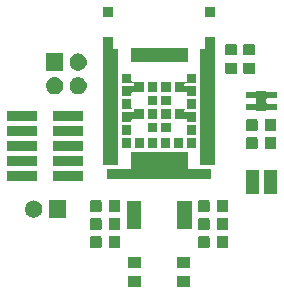
<source format=gbr>
G04 #@! TF.GenerationSoftware,KiCad,Pcbnew,(5.1.4)-1*
G04 #@! TF.CreationDate,2020-01-29T15:42:18+01:00*
G04 #@! TF.ProjectId,BLE-node,424c452d-6e6f-4646-952e-6b696361645f,rev?*
G04 #@! TF.SameCoordinates,Original*
G04 #@! TF.FileFunction,Soldermask,Top*
G04 #@! TF.FilePolarity,Negative*
%FSLAX46Y46*%
G04 Gerber Fmt 4.6, Leading zero omitted, Abs format (unit mm)*
G04 Created by KiCad (PCBNEW (5.1.4)-1) date 2020-01-29 15:42:18*
%MOMM*%
%LPD*%
G04 APERTURE LIST*
%ADD10C,0.100000*%
G04 APERTURE END LIST*
D10*
G36*
X132141000Y-98329000D02*
G01*
X131039000Y-98329000D01*
X131039000Y-97327000D01*
X132141000Y-97327000D01*
X132141000Y-98329000D01*
X132141000Y-98329000D01*
G37*
G36*
X128041000Y-98329000D02*
G01*
X126939000Y-98329000D01*
X126939000Y-97327000D01*
X128041000Y-97327000D01*
X128041000Y-98329000D01*
X128041000Y-98329000D01*
G37*
G36*
X128041000Y-96729000D02*
G01*
X126939000Y-96729000D01*
X126939000Y-95727000D01*
X128041000Y-95727000D01*
X128041000Y-96729000D01*
X128041000Y-96729000D01*
G37*
G36*
X132141000Y-96729000D02*
G01*
X131039000Y-96729000D01*
X131039000Y-95727000D01*
X132141000Y-95727000D01*
X132141000Y-96729000D01*
X132141000Y-96729000D01*
G37*
G36*
X124522591Y-93966085D02*
G01*
X124556569Y-93976393D01*
X124587890Y-93993134D01*
X124615339Y-94015661D01*
X124637866Y-94043110D01*
X124654607Y-94074431D01*
X124664915Y-94108409D01*
X124669000Y-94149890D01*
X124669000Y-94826110D01*
X124664915Y-94867591D01*
X124654607Y-94901569D01*
X124637866Y-94932890D01*
X124615339Y-94960339D01*
X124587890Y-94982866D01*
X124556569Y-94999607D01*
X124522591Y-95009915D01*
X124481110Y-95014000D01*
X123879890Y-95014000D01*
X123838409Y-95009915D01*
X123804431Y-94999607D01*
X123773110Y-94982866D01*
X123745661Y-94960339D01*
X123723134Y-94932890D01*
X123706393Y-94901569D01*
X123696085Y-94867591D01*
X123692000Y-94826110D01*
X123692000Y-94149890D01*
X123696085Y-94108409D01*
X123706393Y-94074431D01*
X123723134Y-94043110D01*
X123745661Y-94015661D01*
X123773110Y-93993134D01*
X123804431Y-93976393D01*
X123838409Y-93966085D01*
X123879890Y-93962000D01*
X124481110Y-93962000D01*
X124522591Y-93966085D01*
X124522591Y-93966085D01*
G37*
G36*
X126097591Y-93966085D02*
G01*
X126131569Y-93976393D01*
X126162890Y-93993134D01*
X126190339Y-94015661D01*
X126212866Y-94043110D01*
X126229607Y-94074431D01*
X126239915Y-94108409D01*
X126244000Y-94149890D01*
X126244000Y-94826110D01*
X126239915Y-94867591D01*
X126229607Y-94901569D01*
X126212866Y-94932890D01*
X126190339Y-94960339D01*
X126162890Y-94982866D01*
X126131569Y-94999607D01*
X126097591Y-95009915D01*
X126056110Y-95014000D01*
X125454890Y-95014000D01*
X125413409Y-95009915D01*
X125379431Y-94999607D01*
X125348110Y-94982866D01*
X125320661Y-94960339D01*
X125298134Y-94932890D01*
X125281393Y-94901569D01*
X125271085Y-94867591D01*
X125267000Y-94826110D01*
X125267000Y-94149890D01*
X125271085Y-94108409D01*
X125281393Y-94074431D01*
X125298134Y-94043110D01*
X125320661Y-94015661D01*
X125348110Y-93993134D01*
X125379431Y-93976393D01*
X125413409Y-93966085D01*
X125454890Y-93962000D01*
X126056110Y-93962000D01*
X126097591Y-93966085D01*
X126097591Y-93966085D01*
G37*
G36*
X133666591Y-93966085D02*
G01*
X133700569Y-93976393D01*
X133731890Y-93993134D01*
X133759339Y-94015661D01*
X133781866Y-94043110D01*
X133798607Y-94074431D01*
X133808915Y-94108409D01*
X133813000Y-94149890D01*
X133813000Y-94826110D01*
X133808915Y-94867591D01*
X133798607Y-94901569D01*
X133781866Y-94932890D01*
X133759339Y-94960339D01*
X133731890Y-94982866D01*
X133700569Y-94999607D01*
X133666591Y-95009915D01*
X133625110Y-95014000D01*
X133023890Y-95014000D01*
X132982409Y-95009915D01*
X132948431Y-94999607D01*
X132917110Y-94982866D01*
X132889661Y-94960339D01*
X132867134Y-94932890D01*
X132850393Y-94901569D01*
X132840085Y-94867591D01*
X132836000Y-94826110D01*
X132836000Y-94149890D01*
X132840085Y-94108409D01*
X132850393Y-94074431D01*
X132867134Y-94043110D01*
X132889661Y-94015661D01*
X132917110Y-93993134D01*
X132948431Y-93976393D01*
X132982409Y-93966085D01*
X133023890Y-93962000D01*
X133625110Y-93962000D01*
X133666591Y-93966085D01*
X133666591Y-93966085D01*
G37*
G36*
X135241591Y-93966085D02*
G01*
X135275569Y-93976393D01*
X135306890Y-93993134D01*
X135334339Y-94015661D01*
X135356866Y-94043110D01*
X135373607Y-94074431D01*
X135383915Y-94108409D01*
X135388000Y-94149890D01*
X135388000Y-94826110D01*
X135383915Y-94867591D01*
X135373607Y-94901569D01*
X135356866Y-94932890D01*
X135334339Y-94960339D01*
X135306890Y-94982866D01*
X135275569Y-94999607D01*
X135241591Y-95009915D01*
X135200110Y-95014000D01*
X134598890Y-95014000D01*
X134557409Y-95009915D01*
X134523431Y-94999607D01*
X134492110Y-94982866D01*
X134464661Y-94960339D01*
X134442134Y-94932890D01*
X134425393Y-94901569D01*
X134415085Y-94867591D01*
X134411000Y-94826110D01*
X134411000Y-94149890D01*
X134415085Y-94108409D01*
X134425393Y-94074431D01*
X134442134Y-94043110D01*
X134464661Y-94015661D01*
X134492110Y-93993134D01*
X134523431Y-93976393D01*
X134557409Y-93966085D01*
X134598890Y-93962000D01*
X135200110Y-93962000D01*
X135241591Y-93966085D01*
X135241591Y-93966085D01*
G37*
G36*
X133666591Y-92442085D02*
G01*
X133700569Y-92452393D01*
X133731890Y-92469134D01*
X133759339Y-92491661D01*
X133781866Y-92519110D01*
X133798607Y-92550431D01*
X133808915Y-92584409D01*
X133813000Y-92625890D01*
X133813000Y-93302110D01*
X133808915Y-93343591D01*
X133798607Y-93377569D01*
X133781866Y-93408890D01*
X133759339Y-93436339D01*
X133731890Y-93458866D01*
X133700569Y-93475607D01*
X133666591Y-93485915D01*
X133625110Y-93490000D01*
X133023890Y-93490000D01*
X132982409Y-93485915D01*
X132948431Y-93475607D01*
X132917110Y-93458866D01*
X132889661Y-93436339D01*
X132867134Y-93408890D01*
X132850393Y-93377569D01*
X132840085Y-93343591D01*
X132836000Y-93302110D01*
X132836000Y-92625890D01*
X132840085Y-92584409D01*
X132850393Y-92550431D01*
X132867134Y-92519110D01*
X132889661Y-92491661D01*
X132917110Y-92469134D01*
X132948431Y-92452393D01*
X132982409Y-92442085D01*
X133023890Y-92438000D01*
X133625110Y-92438000D01*
X133666591Y-92442085D01*
X133666591Y-92442085D01*
G37*
G36*
X135241591Y-92442085D02*
G01*
X135275569Y-92452393D01*
X135306890Y-92469134D01*
X135334339Y-92491661D01*
X135356866Y-92519110D01*
X135373607Y-92550431D01*
X135383915Y-92584409D01*
X135388000Y-92625890D01*
X135388000Y-93302110D01*
X135383915Y-93343591D01*
X135373607Y-93377569D01*
X135356866Y-93408890D01*
X135334339Y-93436339D01*
X135306890Y-93458866D01*
X135275569Y-93475607D01*
X135241591Y-93485915D01*
X135200110Y-93490000D01*
X134598890Y-93490000D01*
X134557409Y-93485915D01*
X134523431Y-93475607D01*
X134492110Y-93458866D01*
X134464661Y-93436339D01*
X134442134Y-93408890D01*
X134425393Y-93377569D01*
X134415085Y-93343591D01*
X134411000Y-93302110D01*
X134411000Y-92625890D01*
X134415085Y-92584409D01*
X134425393Y-92550431D01*
X134442134Y-92519110D01*
X134464661Y-92491661D01*
X134492110Y-92469134D01*
X134523431Y-92452393D01*
X134557409Y-92442085D01*
X134598890Y-92438000D01*
X135200110Y-92438000D01*
X135241591Y-92442085D01*
X135241591Y-92442085D01*
G37*
G36*
X124522591Y-92442085D02*
G01*
X124556569Y-92452393D01*
X124587890Y-92469134D01*
X124615339Y-92491661D01*
X124637866Y-92519110D01*
X124654607Y-92550431D01*
X124664915Y-92584409D01*
X124669000Y-92625890D01*
X124669000Y-93302110D01*
X124664915Y-93343591D01*
X124654607Y-93377569D01*
X124637866Y-93408890D01*
X124615339Y-93436339D01*
X124587890Y-93458866D01*
X124556569Y-93475607D01*
X124522591Y-93485915D01*
X124481110Y-93490000D01*
X123879890Y-93490000D01*
X123838409Y-93485915D01*
X123804431Y-93475607D01*
X123773110Y-93458866D01*
X123745661Y-93436339D01*
X123723134Y-93408890D01*
X123706393Y-93377569D01*
X123696085Y-93343591D01*
X123692000Y-93302110D01*
X123692000Y-92625890D01*
X123696085Y-92584409D01*
X123706393Y-92550431D01*
X123723134Y-92519110D01*
X123745661Y-92491661D01*
X123773110Y-92469134D01*
X123804431Y-92452393D01*
X123838409Y-92442085D01*
X123879890Y-92438000D01*
X124481110Y-92438000D01*
X124522591Y-92442085D01*
X124522591Y-92442085D01*
G37*
G36*
X126097591Y-92442085D02*
G01*
X126131569Y-92452393D01*
X126162890Y-92469134D01*
X126190339Y-92491661D01*
X126212866Y-92519110D01*
X126229607Y-92550431D01*
X126239915Y-92584409D01*
X126244000Y-92625890D01*
X126244000Y-93302110D01*
X126239915Y-93343591D01*
X126229607Y-93377569D01*
X126212866Y-93408890D01*
X126190339Y-93436339D01*
X126162890Y-93458866D01*
X126131569Y-93475607D01*
X126097591Y-93485915D01*
X126056110Y-93490000D01*
X125454890Y-93490000D01*
X125413409Y-93485915D01*
X125379431Y-93475607D01*
X125348110Y-93458866D01*
X125320661Y-93436339D01*
X125298134Y-93408890D01*
X125281393Y-93377569D01*
X125271085Y-93343591D01*
X125267000Y-93302110D01*
X125267000Y-92625890D01*
X125271085Y-92584409D01*
X125281393Y-92550431D01*
X125298134Y-92519110D01*
X125320661Y-92491661D01*
X125348110Y-92469134D01*
X125379431Y-92452393D01*
X125413409Y-92442085D01*
X125454890Y-92438000D01*
X126056110Y-92438000D01*
X126097591Y-92442085D01*
X126097591Y-92442085D01*
G37*
G36*
X127991000Y-93428000D02*
G01*
X126789000Y-93428000D01*
X126789000Y-90976000D01*
X127991000Y-90976000D01*
X127991000Y-93428000D01*
X127991000Y-93428000D01*
G37*
G36*
X132291000Y-93428000D02*
G01*
X131089000Y-93428000D01*
X131089000Y-90976000D01*
X132291000Y-90976000D01*
X132291000Y-93428000D01*
X132291000Y-93428000D01*
G37*
G36*
X121630000Y-92420000D02*
G01*
X120178000Y-92420000D01*
X120178000Y-90968000D01*
X121630000Y-90968000D01*
X121630000Y-92420000D01*
X121630000Y-92420000D01*
G37*
G36*
X118975213Y-90971502D02*
G01*
X119046321Y-90978505D01*
X119183172Y-91020019D01*
X119183175Y-91020020D01*
X119309294Y-91087432D01*
X119419843Y-91178157D01*
X119510568Y-91288706D01*
X119577980Y-91414825D01*
X119577981Y-91414828D01*
X119619495Y-91551679D01*
X119633512Y-91694000D01*
X119619495Y-91836321D01*
X119584523Y-91951607D01*
X119577980Y-91973175D01*
X119510568Y-92099294D01*
X119419843Y-92209843D01*
X119309294Y-92300568D01*
X119183175Y-92367980D01*
X119183172Y-92367981D01*
X119046321Y-92409495D01*
X118975213Y-92416498D01*
X118939660Y-92420000D01*
X118868340Y-92420000D01*
X118832787Y-92416498D01*
X118761679Y-92409495D01*
X118624828Y-92367981D01*
X118624825Y-92367980D01*
X118498706Y-92300568D01*
X118388157Y-92209843D01*
X118297432Y-92099294D01*
X118230020Y-91973175D01*
X118223477Y-91951607D01*
X118188505Y-91836321D01*
X118174488Y-91694000D01*
X118188505Y-91551679D01*
X118230019Y-91414828D01*
X118230020Y-91414825D01*
X118297432Y-91288706D01*
X118388157Y-91178157D01*
X118498706Y-91087432D01*
X118624825Y-91020020D01*
X118624828Y-91020019D01*
X118761679Y-90978505D01*
X118832787Y-90971502D01*
X118868340Y-90968000D01*
X118939660Y-90968000D01*
X118975213Y-90971502D01*
X118975213Y-90971502D01*
G37*
G36*
X135241591Y-90918085D02*
G01*
X135275569Y-90928393D01*
X135306890Y-90945134D01*
X135334339Y-90967661D01*
X135356866Y-90995110D01*
X135373607Y-91026431D01*
X135383915Y-91060409D01*
X135388000Y-91101890D01*
X135388000Y-91778110D01*
X135383915Y-91819591D01*
X135373607Y-91853569D01*
X135356866Y-91884890D01*
X135334339Y-91912339D01*
X135306890Y-91934866D01*
X135275569Y-91951607D01*
X135241591Y-91961915D01*
X135200110Y-91966000D01*
X134598890Y-91966000D01*
X134557409Y-91961915D01*
X134523431Y-91951607D01*
X134492110Y-91934866D01*
X134464661Y-91912339D01*
X134442134Y-91884890D01*
X134425393Y-91853569D01*
X134415085Y-91819591D01*
X134411000Y-91778110D01*
X134411000Y-91101890D01*
X134415085Y-91060409D01*
X134425393Y-91026431D01*
X134442134Y-90995110D01*
X134464661Y-90967661D01*
X134492110Y-90945134D01*
X134523431Y-90928393D01*
X134557409Y-90918085D01*
X134598890Y-90914000D01*
X135200110Y-90914000D01*
X135241591Y-90918085D01*
X135241591Y-90918085D01*
G37*
G36*
X124522591Y-90918085D02*
G01*
X124556569Y-90928393D01*
X124587890Y-90945134D01*
X124615339Y-90967661D01*
X124637866Y-90995110D01*
X124654607Y-91026431D01*
X124664915Y-91060409D01*
X124669000Y-91101890D01*
X124669000Y-91778110D01*
X124664915Y-91819591D01*
X124654607Y-91853569D01*
X124637866Y-91884890D01*
X124615339Y-91912339D01*
X124587890Y-91934866D01*
X124556569Y-91951607D01*
X124522591Y-91961915D01*
X124481110Y-91966000D01*
X123879890Y-91966000D01*
X123838409Y-91961915D01*
X123804431Y-91951607D01*
X123773110Y-91934866D01*
X123745661Y-91912339D01*
X123723134Y-91884890D01*
X123706393Y-91853569D01*
X123696085Y-91819591D01*
X123692000Y-91778110D01*
X123692000Y-91101890D01*
X123696085Y-91060409D01*
X123706393Y-91026431D01*
X123723134Y-90995110D01*
X123745661Y-90967661D01*
X123773110Y-90945134D01*
X123804431Y-90928393D01*
X123838409Y-90918085D01*
X123879890Y-90914000D01*
X124481110Y-90914000D01*
X124522591Y-90918085D01*
X124522591Y-90918085D01*
G37*
G36*
X133666591Y-90918085D02*
G01*
X133700569Y-90928393D01*
X133731890Y-90945134D01*
X133759339Y-90967661D01*
X133781866Y-90995110D01*
X133798607Y-91026431D01*
X133808915Y-91060409D01*
X133813000Y-91101890D01*
X133813000Y-91778110D01*
X133808915Y-91819591D01*
X133798607Y-91853569D01*
X133781866Y-91884890D01*
X133759339Y-91912339D01*
X133731890Y-91934866D01*
X133700569Y-91951607D01*
X133666591Y-91961915D01*
X133625110Y-91966000D01*
X133023890Y-91966000D01*
X132982409Y-91961915D01*
X132948431Y-91951607D01*
X132917110Y-91934866D01*
X132889661Y-91912339D01*
X132867134Y-91884890D01*
X132850393Y-91853569D01*
X132840085Y-91819591D01*
X132836000Y-91778110D01*
X132836000Y-91101890D01*
X132840085Y-91060409D01*
X132850393Y-91026431D01*
X132867134Y-90995110D01*
X132889661Y-90967661D01*
X132917110Y-90945134D01*
X132948431Y-90928393D01*
X132982409Y-90918085D01*
X133023890Y-90914000D01*
X133625110Y-90914000D01*
X133666591Y-90918085D01*
X133666591Y-90918085D01*
G37*
G36*
X126097591Y-90918085D02*
G01*
X126131569Y-90928393D01*
X126162890Y-90945134D01*
X126190339Y-90967661D01*
X126212866Y-90995110D01*
X126229607Y-91026431D01*
X126239915Y-91060409D01*
X126244000Y-91101890D01*
X126244000Y-91778110D01*
X126239915Y-91819591D01*
X126229607Y-91853569D01*
X126212866Y-91884890D01*
X126190339Y-91912339D01*
X126162890Y-91934866D01*
X126131569Y-91951607D01*
X126097591Y-91961915D01*
X126056110Y-91966000D01*
X125454890Y-91966000D01*
X125413409Y-91961915D01*
X125379431Y-91951607D01*
X125348110Y-91934866D01*
X125320661Y-91912339D01*
X125298134Y-91884890D01*
X125281393Y-91853569D01*
X125271085Y-91819591D01*
X125267000Y-91778110D01*
X125267000Y-91101890D01*
X125271085Y-91060409D01*
X125281393Y-91026431D01*
X125298134Y-90995110D01*
X125320661Y-90967661D01*
X125348110Y-90945134D01*
X125379431Y-90928393D01*
X125413409Y-90918085D01*
X125454890Y-90914000D01*
X126056110Y-90914000D01*
X126097591Y-90918085D01*
X126097591Y-90918085D01*
G37*
G36*
X137977000Y-90409000D02*
G01*
X136875000Y-90409000D01*
X136875000Y-88407000D01*
X137977000Y-88407000D01*
X137977000Y-90409000D01*
X137977000Y-90409000D01*
G37*
G36*
X139477000Y-90409000D02*
G01*
X138375000Y-90409000D01*
X138375000Y-88407000D01*
X139477000Y-88407000D01*
X139477000Y-90409000D01*
X139477000Y-90409000D01*
G37*
G36*
X119189000Y-89321000D02*
G01*
X116687000Y-89321000D01*
X116687000Y-88479000D01*
X119189000Y-88479000D01*
X119189000Y-89321000D01*
X119189000Y-89321000D01*
G37*
G36*
X123089000Y-89321000D02*
G01*
X120587000Y-89321000D01*
X120587000Y-88479000D01*
X123089000Y-88479000D01*
X123089000Y-89321000D01*
X123089000Y-89321000D01*
G37*
G36*
X131939980Y-88196341D02*
G01*
X131942382Y-88220727D01*
X131949495Y-88244176D01*
X131961046Y-88265787D01*
X131976591Y-88284729D01*
X131995533Y-88300274D01*
X132017144Y-88311825D01*
X132040593Y-88318938D01*
X132064979Y-88321340D01*
X133941000Y-88321340D01*
X133941000Y-89123340D01*
X125139000Y-89123340D01*
X125139000Y-88321340D01*
X127015021Y-88321340D01*
X127039407Y-88318938D01*
X127062856Y-88311825D01*
X127084467Y-88300274D01*
X127103409Y-88284729D01*
X127118954Y-88265787D01*
X127130505Y-88244176D01*
X127137618Y-88220727D01*
X127140020Y-88196341D01*
X127140020Y-86872680D01*
X131939980Y-86872680D01*
X131939980Y-88196341D01*
X131939980Y-88196341D01*
G37*
G36*
X123089000Y-88051000D02*
G01*
X120587000Y-88051000D01*
X120587000Y-87209000D01*
X123089000Y-87209000D01*
X123089000Y-88051000D01*
X123089000Y-88051000D01*
G37*
G36*
X119189000Y-88051000D02*
G01*
X116687000Y-88051000D01*
X116687000Y-87209000D01*
X119189000Y-87209000D01*
X119189000Y-88051000D01*
X119189000Y-88051000D01*
G37*
G36*
X125591040Y-78049661D02*
G01*
X125593442Y-78074047D01*
X125600555Y-78097496D01*
X125612106Y-78119107D01*
X125627651Y-78138049D01*
X125646593Y-78153594D01*
X125668204Y-78165145D01*
X125691653Y-78172258D01*
X125716039Y-78174660D01*
X126041040Y-78174660D01*
X126041040Y-87973340D01*
X124789040Y-87973340D01*
X124789040Y-77171340D01*
X125591040Y-77171340D01*
X125591040Y-78049661D01*
X125591040Y-78049661D01*
G37*
G36*
X134259000Y-78049661D02*
G01*
X134261402Y-78074047D01*
X134268515Y-78097496D01*
X134280066Y-78119107D01*
X134290960Y-78132382D01*
X134290960Y-87973340D01*
X133038960Y-87973340D01*
X133038960Y-78174660D01*
X133332001Y-78174660D01*
X133356387Y-78172258D01*
X133379836Y-78165145D01*
X133401447Y-78153594D01*
X133420389Y-78138049D01*
X133435934Y-78119107D01*
X133447485Y-78097496D01*
X133454598Y-78074047D01*
X133457000Y-78049661D01*
X133457000Y-77171340D01*
X134259000Y-77171340D01*
X134259000Y-78049661D01*
X134259000Y-78049661D01*
G37*
G36*
X119189000Y-86781000D02*
G01*
X116687000Y-86781000D01*
X116687000Y-85939000D01*
X119189000Y-85939000D01*
X119189000Y-86781000D01*
X119189000Y-86781000D01*
G37*
G36*
X123089000Y-86781000D02*
G01*
X120587000Y-86781000D01*
X120587000Y-85939000D01*
X123089000Y-85939000D01*
X123089000Y-86781000D01*
X123089000Y-86781000D01*
G37*
G36*
X139305591Y-85584085D02*
G01*
X139339569Y-85594393D01*
X139370890Y-85611134D01*
X139398339Y-85633661D01*
X139420866Y-85661110D01*
X139437607Y-85692431D01*
X139447915Y-85726409D01*
X139452000Y-85767890D01*
X139452000Y-86444110D01*
X139447915Y-86485591D01*
X139437607Y-86519569D01*
X139420866Y-86550890D01*
X139398339Y-86578339D01*
X139370890Y-86600866D01*
X139339569Y-86617607D01*
X139305591Y-86627915D01*
X139264110Y-86632000D01*
X138662890Y-86632000D01*
X138621409Y-86627915D01*
X138587431Y-86617607D01*
X138556110Y-86600866D01*
X138528661Y-86578339D01*
X138506134Y-86550890D01*
X138489393Y-86519569D01*
X138479085Y-86485591D01*
X138475000Y-86444110D01*
X138475000Y-85767890D01*
X138479085Y-85726409D01*
X138489393Y-85692431D01*
X138506134Y-85661110D01*
X138528661Y-85633661D01*
X138556110Y-85611134D01*
X138587431Y-85594393D01*
X138621409Y-85584085D01*
X138662890Y-85580000D01*
X139264110Y-85580000D01*
X139305591Y-85584085D01*
X139305591Y-85584085D01*
G37*
G36*
X137730591Y-85584085D02*
G01*
X137764569Y-85594393D01*
X137795890Y-85611134D01*
X137823339Y-85633661D01*
X137845866Y-85661110D01*
X137862607Y-85692431D01*
X137872915Y-85726409D01*
X137877000Y-85767890D01*
X137877000Y-86444110D01*
X137872915Y-86485591D01*
X137862607Y-86519569D01*
X137845866Y-86550890D01*
X137823339Y-86578339D01*
X137795890Y-86600866D01*
X137764569Y-86617607D01*
X137730591Y-86627915D01*
X137689110Y-86632000D01*
X137087890Y-86632000D01*
X137046409Y-86627915D01*
X137012431Y-86617607D01*
X136981110Y-86600866D01*
X136953661Y-86578339D01*
X136931134Y-86550890D01*
X136914393Y-86519569D01*
X136904085Y-86485591D01*
X136900000Y-86444110D01*
X136900000Y-85767890D01*
X136904085Y-85726409D01*
X136914393Y-85692431D01*
X136931134Y-85661110D01*
X136953661Y-85633661D01*
X136981110Y-85611134D01*
X137012431Y-85594393D01*
X137046409Y-85584085D01*
X137087890Y-85580000D01*
X137689110Y-85580000D01*
X137730591Y-85584085D01*
X137730591Y-85584085D01*
G37*
G36*
X132691040Y-86523340D02*
G01*
X131889040Y-86523340D01*
X131889040Y-85721340D01*
X132691040Y-85721340D01*
X132691040Y-86523340D01*
X132691040Y-86523340D01*
G37*
G36*
X131591040Y-86523340D02*
G01*
X130789040Y-86523340D01*
X130789040Y-85721340D01*
X131591040Y-85721340D01*
X131591040Y-86523340D01*
X131591040Y-86523340D01*
G37*
G36*
X128291040Y-86523340D02*
G01*
X127489040Y-86523340D01*
X127489040Y-85721340D01*
X128291040Y-85721340D01*
X128291040Y-86523340D01*
X128291040Y-86523340D01*
G37*
G36*
X130491040Y-86523340D02*
G01*
X129689040Y-86523340D01*
X129689040Y-85721340D01*
X130491040Y-85721340D01*
X130491040Y-86523340D01*
X130491040Y-86523340D01*
G37*
G36*
X127191040Y-86523340D02*
G01*
X126389040Y-86523340D01*
X126389040Y-85721340D01*
X127191040Y-85721340D01*
X127191040Y-86523340D01*
X127191040Y-86523340D01*
G37*
G36*
X129391040Y-86523340D02*
G01*
X128589040Y-86523340D01*
X128589040Y-85721340D01*
X129391040Y-85721340D01*
X129391040Y-86523340D01*
X129391040Y-86523340D01*
G37*
G36*
X119189000Y-85511000D02*
G01*
X116687000Y-85511000D01*
X116687000Y-84669000D01*
X119189000Y-84669000D01*
X119189000Y-85511000D01*
X119189000Y-85511000D01*
G37*
G36*
X123089000Y-85511000D02*
G01*
X120587000Y-85511000D01*
X120587000Y-84669000D01*
X123089000Y-84669000D01*
X123089000Y-85511000D01*
X123089000Y-85511000D01*
G37*
G36*
X127191040Y-85423340D02*
G01*
X126389040Y-85423340D01*
X126389040Y-84621340D01*
X127191040Y-84621340D01*
X127191040Y-85423340D01*
X127191040Y-85423340D01*
G37*
G36*
X132691040Y-85423340D02*
G01*
X131889040Y-85423340D01*
X131889040Y-84621340D01*
X132691040Y-84621340D01*
X132691040Y-85423340D01*
X132691040Y-85423340D01*
G37*
G36*
X129366960Y-85199660D02*
G01*
X128564960Y-85199660D01*
X128564960Y-84397660D01*
X129366960Y-84397660D01*
X129366960Y-85199660D01*
X129366960Y-85199660D01*
G37*
G36*
X130515040Y-85199660D02*
G01*
X129713040Y-85199660D01*
X129713040Y-84397660D01*
X130515040Y-84397660D01*
X130515040Y-85199660D01*
X130515040Y-85199660D01*
G37*
G36*
X137730591Y-84060085D02*
G01*
X137764569Y-84070393D01*
X137795890Y-84087134D01*
X137823339Y-84109661D01*
X137845866Y-84137110D01*
X137862607Y-84168431D01*
X137872915Y-84202409D01*
X137877000Y-84243890D01*
X137877000Y-84920110D01*
X137872915Y-84961591D01*
X137862607Y-84995569D01*
X137845866Y-85026890D01*
X137823339Y-85054339D01*
X137795890Y-85076866D01*
X137764569Y-85093607D01*
X137730591Y-85103915D01*
X137689110Y-85108000D01*
X137087890Y-85108000D01*
X137046409Y-85103915D01*
X137012431Y-85093607D01*
X136981110Y-85076866D01*
X136953661Y-85054339D01*
X136931134Y-85026890D01*
X136914393Y-84995569D01*
X136904085Y-84961591D01*
X136900000Y-84920110D01*
X136900000Y-84243890D01*
X136904085Y-84202409D01*
X136914393Y-84168431D01*
X136931134Y-84137110D01*
X136953661Y-84109661D01*
X136981110Y-84087134D01*
X137012431Y-84070393D01*
X137046409Y-84060085D01*
X137087890Y-84056000D01*
X137689110Y-84056000D01*
X137730591Y-84060085D01*
X137730591Y-84060085D01*
G37*
G36*
X139305591Y-84060085D02*
G01*
X139339569Y-84070393D01*
X139370890Y-84087134D01*
X139398339Y-84109661D01*
X139420866Y-84137110D01*
X139437607Y-84168431D01*
X139447915Y-84202409D01*
X139452000Y-84243890D01*
X139452000Y-84920110D01*
X139447915Y-84961591D01*
X139437607Y-84995569D01*
X139420866Y-85026890D01*
X139398339Y-85054339D01*
X139370890Y-85076866D01*
X139339569Y-85093607D01*
X139305591Y-85103915D01*
X139264110Y-85108000D01*
X138662890Y-85108000D01*
X138621409Y-85103915D01*
X138587431Y-85093607D01*
X138556110Y-85076866D01*
X138528661Y-85054339D01*
X138506134Y-85026890D01*
X138489393Y-84995569D01*
X138479085Y-84961591D01*
X138475000Y-84920110D01*
X138475000Y-84243890D01*
X138479085Y-84202409D01*
X138489393Y-84168431D01*
X138506134Y-84137110D01*
X138528661Y-84109661D01*
X138556110Y-84087134D01*
X138587431Y-84070393D01*
X138621409Y-84060085D01*
X138662890Y-84056000D01*
X139264110Y-84056000D01*
X139305591Y-84060085D01*
X139305591Y-84060085D01*
G37*
G36*
X131702271Y-83259951D02*
G01*
X131686726Y-83278893D01*
X131675175Y-83300504D01*
X131668062Y-83323953D01*
X131665660Y-83348339D01*
X131665660Y-83396341D01*
X131668062Y-83420727D01*
X131675175Y-83444176D01*
X131686726Y-83465787D01*
X131702271Y-83484729D01*
X131721213Y-83500274D01*
X131742824Y-83511825D01*
X131766273Y-83518938D01*
X131790659Y-83521340D01*
X132691040Y-83521340D01*
X132691040Y-84323340D01*
X131889040Y-84323340D01*
X131889040Y-84174039D01*
X131886638Y-84149653D01*
X131879525Y-84126204D01*
X131867974Y-84104593D01*
X131852429Y-84085651D01*
X131833487Y-84070106D01*
X131811876Y-84058555D01*
X131788427Y-84051442D01*
X131764041Y-84049040D01*
X130863660Y-84049040D01*
X130863660Y-83247040D01*
X131718003Y-83247040D01*
X131702271Y-83259951D01*
X131702271Y-83259951D01*
G37*
G36*
X128216340Y-84049040D02*
G01*
X127316039Y-84049040D01*
X127291653Y-84051442D01*
X127268204Y-84058555D01*
X127246593Y-84070106D01*
X127227651Y-84085651D01*
X127212106Y-84104593D01*
X127200555Y-84126204D01*
X127193442Y-84149653D01*
X127191040Y-84174039D01*
X127191040Y-84323340D01*
X126389040Y-84323340D01*
X126389040Y-83521340D01*
X127289341Y-83521340D01*
X127313727Y-83518938D01*
X127337176Y-83511825D01*
X127358787Y-83500274D01*
X127377729Y-83484729D01*
X127393274Y-83465787D01*
X127404825Y-83444176D01*
X127411938Y-83420727D01*
X127414340Y-83396341D01*
X127414340Y-83348339D01*
X127411938Y-83323953D01*
X127404825Y-83300504D01*
X127393274Y-83278893D01*
X127377729Y-83259951D01*
X127361997Y-83247040D01*
X128216340Y-83247040D01*
X128216340Y-84049040D01*
X128216340Y-84049040D01*
G37*
G36*
X119189000Y-84241000D02*
G01*
X116687000Y-84241000D01*
X116687000Y-83399000D01*
X119189000Y-83399000D01*
X119189000Y-84241000D01*
X119189000Y-84241000D01*
G37*
G36*
X123089000Y-84241000D02*
G01*
X120587000Y-84241000D01*
X120587000Y-83399000D01*
X123089000Y-83399000D01*
X123089000Y-84241000D01*
X123089000Y-84241000D01*
G37*
G36*
X130515040Y-84049040D02*
G01*
X129713040Y-84049040D01*
X129713040Y-83247040D01*
X130515040Y-83247040D01*
X130515040Y-84049040D01*
X130515040Y-84049040D01*
G37*
G36*
X129366960Y-84049040D02*
G01*
X128564960Y-84049040D01*
X128564960Y-83247040D01*
X129366960Y-83247040D01*
X129366960Y-84049040D01*
X129366960Y-84049040D01*
G37*
G36*
X138577000Y-81699001D02*
G01*
X138579402Y-81723387D01*
X138586515Y-81746836D01*
X138598066Y-81768447D01*
X138613611Y-81787389D01*
X138632553Y-81802934D01*
X138654164Y-81814485D01*
X138677613Y-81821598D01*
X138701999Y-81824000D01*
X139477000Y-81824000D01*
X139477000Y-82326000D01*
X138701999Y-82326000D01*
X138677613Y-82328402D01*
X138654164Y-82335515D01*
X138632553Y-82347066D01*
X138613611Y-82362611D01*
X138598066Y-82381553D01*
X138586515Y-82403164D01*
X138579402Y-82426613D01*
X138577000Y-82450999D01*
X138577000Y-82649001D01*
X138579402Y-82673387D01*
X138586515Y-82696836D01*
X138598066Y-82718447D01*
X138613611Y-82737389D01*
X138632553Y-82752934D01*
X138654164Y-82764485D01*
X138677613Y-82771598D01*
X138701999Y-82774000D01*
X139477000Y-82774000D01*
X139477000Y-83276000D01*
X138701999Y-83276000D01*
X138677613Y-83278402D01*
X138654164Y-83285515D01*
X138632553Y-83297066D01*
X138613611Y-83312611D01*
X138598066Y-83331553D01*
X138586515Y-83353164D01*
X138579402Y-83376613D01*
X138577000Y-83400999D01*
X138577000Y-83401000D01*
X137775000Y-83401000D01*
X137775000Y-83400999D01*
X137772598Y-83376613D01*
X137765485Y-83353164D01*
X137753934Y-83331553D01*
X137738389Y-83312611D01*
X137719447Y-83297066D01*
X137697836Y-83285515D01*
X137674387Y-83278402D01*
X137650001Y-83276000D01*
X136875000Y-83276000D01*
X136875000Y-82774000D01*
X137650001Y-82774000D01*
X137674387Y-82771598D01*
X137697836Y-82764485D01*
X137719447Y-82752934D01*
X137738389Y-82737389D01*
X137753934Y-82718447D01*
X137765485Y-82696836D01*
X137772598Y-82673387D01*
X137775000Y-82649001D01*
X137775000Y-82450999D01*
X137772598Y-82426613D01*
X137765485Y-82403164D01*
X137753934Y-82381553D01*
X137738389Y-82362611D01*
X137719447Y-82347066D01*
X137697836Y-82335515D01*
X137674387Y-82328402D01*
X137650001Y-82326000D01*
X136875000Y-82326000D01*
X136875000Y-81824000D01*
X137650001Y-81824000D01*
X137674387Y-81821598D01*
X137697836Y-81814485D01*
X137719447Y-81802934D01*
X137738389Y-81787389D01*
X137753934Y-81768447D01*
X137765485Y-81746836D01*
X137772598Y-81723387D01*
X137775000Y-81699001D01*
X137775000Y-81699000D01*
X138577000Y-81699000D01*
X138577000Y-81699001D01*
X138577000Y-81699001D01*
G37*
G36*
X127191040Y-83122041D02*
G01*
X127193442Y-83146427D01*
X127200555Y-83169876D01*
X127212106Y-83191487D01*
X127227651Y-83210429D01*
X127243383Y-83223340D01*
X126389040Y-83223340D01*
X126389040Y-82421340D01*
X127191040Y-82421340D01*
X127191040Y-83122041D01*
X127191040Y-83122041D01*
G37*
G36*
X132691040Y-83223340D02*
G01*
X131836697Y-83223340D01*
X131852429Y-83210429D01*
X131867974Y-83191487D01*
X131879525Y-83169876D01*
X131886638Y-83146427D01*
X131889040Y-83122041D01*
X131889040Y-82421340D01*
X132691040Y-82421340D01*
X132691040Y-83223340D01*
X132691040Y-83223340D01*
G37*
G36*
X130515040Y-82900960D02*
G01*
X129713040Y-82900960D01*
X129713040Y-82098960D01*
X130515040Y-82098960D01*
X130515040Y-82900960D01*
X130515040Y-82900960D01*
G37*
G36*
X129366960Y-82900960D02*
G01*
X128564960Y-82900960D01*
X128564960Y-82098960D01*
X129366960Y-82098960D01*
X129366960Y-82900960D01*
X129366960Y-82900960D01*
G37*
G36*
X132691040Y-81023340D02*
G01*
X131790659Y-81023340D01*
X131766273Y-81025742D01*
X131742824Y-81032855D01*
X131721213Y-81044406D01*
X131702271Y-81059951D01*
X131686726Y-81078893D01*
X131675175Y-81100504D01*
X131668062Y-81123953D01*
X131665660Y-81148339D01*
X131665660Y-81196341D01*
X131668062Y-81220727D01*
X131675175Y-81244176D01*
X131686726Y-81265787D01*
X131702271Y-81284729D01*
X131721213Y-81300274D01*
X131742824Y-81311825D01*
X131766273Y-81318938D01*
X131790659Y-81321340D01*
X132691040Y-81321340D01*
X132691040Y-82123340D01*
X131889040Y-82123340D01*
X131889040Y-81875339D01*
X131886638Y-81850953D01*
X131879525Y-81827504D01*
X131867974Y-81805893D01*
X131852429Y-81786951D01*
X131833487Y-81771406D01*
X131811876Y-81759855D01*
X131788427Y-81752742D01*
X131764041Y-81750340D01*
X130863660Y-81750340D01*
X130863660Y-80948340D01*
X131764041Y-80948340D01*
X131788427Y-80945938D01*
X131811876Y-80938825D01*
X131833487Y-80927274D01*
X131852429Y-80911729D01*
X131867974Y-80892787D01*
X131879525Y-80871176D01*
X131886638Y-80847727D01*
X131889040Y-80823341D01*
X131889040Y-80221340D01*
X132691040Y-80221340D01*
X132691040Y-81023340D01*
X132691040Y-81023340D01*
G37*
G36*
X127191040Y-80823341D02*
G01*
X127193442Y-80847727D01*
X127200555Y-80871176D01*
X127212106Y-80892787D01*
X127227651Y-80911729D01*
X127246593Y-80927274D01*
X127268204Y-80938825D01*
X127291653Y-80945938D01*
X127316039Y-80948340D01*
X128216340Y-80948340D01*
X128216340Y-81750340D01*
X127316039Y-81750340D01*
X127291653Y-81752742D01*
X127268204Y-81759855D01*
X127246593Y-81771406D01*
X127227651Y-81786951D01*
X127212106Y-81805893D01*
X127200555Y-81827504D01*
X127193442Y-81850953D01*
X127191040Y-81875339D01*
X127191040Y-82123340D01*
X126389040Y-82123340D01*
X126389040Y-81321340D01*
X127289341Y-81321340D01*
X127313727Y-81318938D01*
X127337176Y-81311825D01*
X127358787Y-81300274D01*
X127377729Y-81284729D01*
X127393274Y-81265787D01*
X127404825Y-81244176D01*
X127411938Y-81220727D01*
X127414340Y-81196341D01*
X127414340Y-81148339D01*
X127411938Y-81123953D01*
X127404825Y-81100504D01*
X127393274Y-81078893D01*
X127377729Y-81059951D01*
X127358787Y-81044406D01*
X127337176Y-81032855D01*
X127313727Y-81025742D01*
X127289341Y-81023340D01*
X126389040Y-81023340D01*
X126389040Y-80221340D01*
X127191040Y-80221340D01*
X127191040Y-80823341D01*
X127191040Y-80823341D01*
G37*
G36*
X122753213Y-80525502D02*
G01*
X122824321Y-80532505D01*
X122961172Y-80574019D01*
X122961175Y-80574020D01*
X123087294Y-80641432D01*
X123197843Y-80732157D01*
X123288568Y-80842706D01*
X123355980Y-80968825D01*
X123355981Y-80968828D01*
X123397495Y-81105679D01*
X123411512Y-81248000D01*
X123397495Y-81390321D01*
X123355981Y-81527172D01*
X123355980Y-81527175D01*
X123288568Y-81653294D01*
X123197843Y-81763843D01*
X123087294Y-81854568D01*
X122961175Y-81921980D01*
X122961172Y-81921981D01*
X122824321Y-81963495D01*
X122753213Y-81970498D01*
X122717660Y-81974000D01*
X122646340Y-81974000D01*
X122610787Y-81970498D01*
X122539679Y-81963495D01*
X122402828Y-81921981D01*
X122402825Y-81921980D01*
X122276706Y-81854568D01*
X122166157Y-81763843D01*
X122075432Y-81653294D01*
X122008020Y-81527175D01*
X122008019Y-81527172D01*
X121966505Y-81390321D01*
X121952488Y-81248000D01*
X121966505Y-81105679D01*
X122008019Y-80968828D01*
X122008020Y-80968825D01*
X122075432Y-80842706D01*
X122166157Y-80732157D01*
X122276706Y-80641432D01*
X122402825Y-80574020D01*
X122402828Y-80574019D01*
X122539679Y-80532505D01*
X122610787Y-80525502D01*
X122646340Y-80522000D01*
X122717660Y-80522000D01*
X122753213Y-80525502D01*
X122753213Y-80525502D01*
G37*
G36*
X120753213Y-80525502D02*
G01*
X120824321Y-80532505D01*
X120961172Y-80574019D01*
X120961175Y-80574020D01*
X121087294Y-80641432D01*
X121197843Y-80732157D01*
X121288568Y-80842706D01*
X121355980Y-80968825D01*
X121355981Y-80968828D01*
X121397495Y-81105679D01*
X121411512Y-81248000D01*
X121397495Y-81390321D01*
X121355981Y-81527172D01*
X121355980Y-81527175D01*
X121288568Y-81653294D01*
X121197843Y-81763843D01*
X121087294Y-81854568D01*
X120961175Y-81921980D01*
X120961172Y-81921981D01*
X120824321Y-81963495D01*
X120753213Y-81970498D01*
X120717660Y-81974000D01*
X120646340Y-81974000D01*
X120610787Y-81970498D01*
X120539679Y-81963495D01*
X120402828Y-81921981D01*
X120402825Y-81921980D01*
X120276706Y-81854568D01*
X120166157Y-81763843D01*
X120075432Y-81653294D01*
X120008020Y-81527175D01*
X120008019Y-81527172D01*
X119966505Y-81390321D01*
X119952488Y-81248000D01*
X119966505Y-81105679D01*
X120008019Y-80968828D01*
X120008020Y-80968825D01*
X120075432Y-80842706D01*
X120166157Y-80732157D01*
X120276706Y-80641432D01*
X120402825Y-80574020D01*
X120402828Y-80574019D01*
X120539679Y-80532505D01*
X120610787Y-80525502D01*
X120646340Y-80522000D01*
X120717660Y-80522000D01*
X120753213Y-80525502D01*
X120753213Y-80525502D01*
G37*
G36*
X130515040Y-81750340D02*
G01*
X129713040Y-81750340D01*
X129713040Y-80948340D01*
X130515040Y-80948340D01*
X130515040Y-81750340D01*
X130515040Y-81750340D01*
G37*
G36*
X129366960Y-81750340D02*
G01*
X128564960Y-81750340D01*
X128564960Y-80948340D01*
X129366960Y-80948340D01*
X129366960Y-81750340D01*
X129366960Y-81750340D01*
G37*
G36*
X136015591Y-79297085D02*
G01*
X136049569Y-79307393D01*
X136080890Y-79324134D01*
X136108339Y-79346661D01*
X136130866Y-79374110D01*
X136147607Y-79405431D01*
X136157915Y-79439409D01*
X136162000Y-79480890D01*
X136162000Y-80082110D01*
X136157915Y-80123591D01*
X136147607Y-80157569D01*
X136130866Y-80188890D01*
X136108339Y-80216339D01*
X136080890Y-80238866D01*
X136049569Y-80255607D01*
X136015591Y-80265915D01*
X135974110Y-80270000D01*
X135297890Y-80270000D01*
X135256409Y-80265915D01*
X135222431Y-80255607D01*
X135191110Y-80238866D01*
X135163661Y-80216339D01*
X135141134Y-80188890D01*
X135124393Y-80157569D01*
X135114085Y-80123591D01*
X135110000Y-80082110D01*
X135110000Y-79480890D01*
X135114085Y-79439409D01*
X135124393Y-79405431D01*
X135141134Y-79374110D01*
X135163661Y-79346661D01*
X135191110Y-79324134D01*
X135222431Y-79307393D01*
X135256409Y-79297085D01*
X135297890Y-79293000D01*
X135974110Y-79293000D01*
X136015591Y-79297085D01*
X136015591Y-79297085D01*
G37*
G36*
X137539591Y-79297085D02*
G01*
X137573569Y-79307393D01*
X137604890Y-79324134D01*
X137632339Y-79346661D01*
X137654866Y-79374110D01*
X137671607Y-79405431D01*
X137681915Y-79439409D01*
X137686000Y-79480890D01*
X137686000Y-80082110D01*
X137681915Y-80123591D01*
X137671607Y-80157569D01*
X137654866Y-80188890D01*
X137632339Y-80216339D01*
X137604890Y-80238866D01*
X137573569Y-80255607D01*
X137539591Y-80265915D01*
X137498110Y-80270000D01*
X136821890Y-80270000D01*
X136780409Y-80265915D01*
X136746431Y-80255607D01*
X136715110Y-80238866D01*
X136687661Y-80216339D01*
X136665134Y-80188890D01*
X136648393Y-80157569D01*
X136638085Y-80123591D01*
X136634000Y-80082110D01*
X136634000Y-79480890D01*
X136638085Y-79439409D01*
X136648393Y-79405431D01*
X136665134Y-79374110D01*
X136687661Y-79346661D01*
X136715110Y-79324134D01*
X136746431Y-79307393D01*
X136780409Y-79297085D01*
X136821890Y-79293000D01*
X137498110Y-79293000D01*
X137539591Y-79297085D01*
X137539591Y-79297085D01*
G37*
G36*
X121408000Y-79974000D02*
G01*
X119956000Y-79974000D01*
X119956000Y-78522000D01*
X121408000Y-78522000D01*
X121408000Y-79974000D01*
X121408000Y-79974000D01*
G37*
G36*
X122753213Y-78525502D02*
G01*
X122824321Y-78532505D01*
X122961172Y-78574019D01*
X122961175Y-78574020D01*
X123087294Y-78641432D01*
X123197843Y-78732157D01*
X123288568Y-78842706D01*
X123355980Y-78968825D01*
X123355981Y-78968828D01*
X123397495Y-79105679D01*
X123411512Y-79248000D01*
X123397495Y-79390321D01*
X123367379Y-79489599D01*
X123355980Y-79527175D01*
X123288568Y-79653294D01*
X123197843Y-79763843D01*
X123087294Y-79854568D01*
X122961175Y-79921980D01*
X122961172Y-79921981D01*
X122824321Y-79963495D01*
X122753213Y-79970498D01*
X122717660Y-79974000D01*
X122646340Y-79974000D01*
X122610787Y-79970498D01*
X122539679Y-79963495D01*
X122402828Y-79921981D01*
X122402825Y-79921980D01*
X122276706Y-79854568D01*
X122166157Y-79763843D01*
X122075432Y-79653294D01*
X122008020Y-79527175D01*
X121996621Y-79489599D01*
X121966505Y-79390321D01*
X121952488Y-79248000D01*
X121966505Y-79105679D01*
X122008019Y-78968828D01*
X122008020Y-78968825D01*
X122075432Y-78842706D01*
X122166157Y-78732157D01*
X122276706Y-78641432D01*
X122402825Y-78574020D01*
X122402828Y-78574019D01*
X122539679Y-78532505D01*
X122610787Y-78525502D01*
X122646340Y-78522000D01*
X122717660Y-78522000D01*
X122753213Y-78525502D01*
X122753213Y-78525502D01*
G37*
G36*
X131939980Y-79275320D02*
G01*
X127140020Y-79275320D01*
X127140020Y-78023320D01*
X131939980Y-78023320D01*
X131939980Y-79275320D01*
X131939980Y-79275320D01*
G37*
G36*
X137539591Y-77722085D02*
G01*
X137573569Y-77732393D01*
X137604890Y-77749134D01*
X137632339Y-77771661D01*
X137654866Y-77799110D01*
X137671607Y-77830431D01*
X137681915Y-77864409D01*
X137686000Y-77905890D01*
X137686000Y-78507110D01*
X137681915Y-78548591D01*
X137671607Y-78582569D01*
X137654866Y-78613890D01*
X137632339Y-78641339D01*
X137604890Y-78663866D01*
X137573569Y-78680607D01*
X137539591Y-78690915D01*
X137498110Y-78695000D01*
X136821890Y-78695000D01*
X136780409Y-78690915D01*
X136746431Y-78680607D01*
X136715110Y-78663866D01*
X136687661Y-78641339D01*
X136665134Y-78613890D01*
X136648393Y-78582569D01*
X136638085Y-78548591D01*
X136634000Y-78507110D01*
X136634000Y-77905890D01*
X136638085Y-77864409D01*
X136648393Y-77830431D01*
X136665134Y-77799110D01*
X136687661Y-77771661D01*
X136715110Y-77749134D01*
X136746431Y-77732393D01*
X136780409Y-77722085D01*
X136821890Y-77718000D01*
X137498110Y-77718000D01*
X137539591Y-77722085D01*
X137539591Y-77722085D01*
G37*
G36*
X136015591Y-77722085D02*
G01*
X136049569Y-77732393D01*
X136080890Y-77749134D01*
X136108339Y-77771661D01*
X136130866Y-77799110D01*
X136147607Y-77830431D01*
X136157915Y-77864409D01*
X136162000Y-77905890D01*
X136162000Y-78507110D01*
X136157915Y-78548591D01*
X136147607Y-78582569D01*
X136130866Y-78613890D01*
X136108339Y-78641339D01*
X136080890Y-78663866D01*
X136049569Y-78680607D01*
X136015591Y-78690915D01*
X135974110Y-78695000D01*
X135297890Y-78695000D01*
X135256409Y-78690915D01*
X135222431Y-78680607D01*
X135191110Y-78663866D01*
X135163661Y-78641339D01*
X135141134Y-78613890D01*
X135124393Y-78582569D01*
X135114085Y-78548591D01*
X135110000Y-78507110D01*
X135110000Y-77905890D01*
X135114085Y-77864409D01*
X135124393Y-77830431D01*
X135141134Y-77799110D01*
X135163661Y-77771661D01*
X135191110Y-77749134D01*
X135222431Y-77732393D01*
X135256409Y-77722085D01*
X135297890Y-77718000D01*
X135974110Y-77718000D01*
X136015591Y-77722085D01*
X136015591Y-77722085D01*
G37*
G36*
X134259000Y-75423340D02*
G01*
X133457000Y-75423340D01*
X133457000Y-74621340D01*
X134259000Y-74621340D01*
X134259000Y-75423340D01*
X134259000Y-75423340D01*
G37*
G36*
X125591040Y-75423340D02*
G01*
X124789040Y-75423340D01*
X124789040Y-74621340D01*
X125591040Y-74621340D01*
X125591040Y-75423340D01*
X125591040Y-75423340D01*
G37*
M02*

</source>
